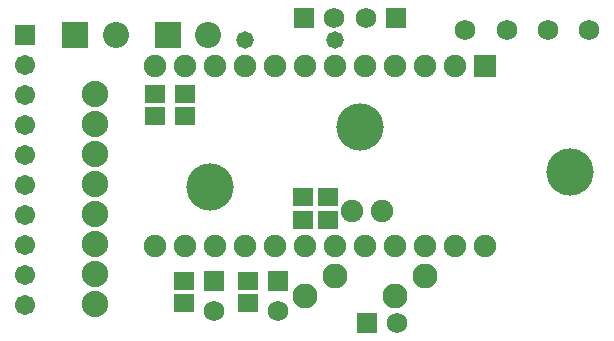
<source format=gbr>
G04 DipTrace 3.0.0.2*
G04 BottomMask.gbr*
%MOIN*%
G04 #@! TF.FileFunction,Soldermask,Bot*
G04 #@! TF.Part,Single*
%ADD36C,0.15748*%
%ADD46C,0.074929*%
%ADD48C,0.074929*%
%ADD50R,0.074929X0.074929*%
%ADD52C,0.08674*%
%ADD54R,0.08674X0.08674*%
%ADD56R,0.067055X0.067055*%
%ADD58C,0.067055*%
%ADD60C,0.058*%
%ADD62C,0.058*%
%ADD64C,0.083*%
%ADD66C,0.083*%
%ADD68R,0.067055X0.059181*%
%ADD70C,0.068*%
%ADD72R,0.068X0.068*%
%ADD74C,0.088*%
%FSLAX26Y26*%
G04*
G70*
G90*
G75*
G01*
G04 BotMask*
%LPD*%
D36*
X1581500Y1106500D3*
X2281500Y956500D3*
X1081500Y906500D3*
D74*
X698379Y517226D3*
Y617226D3*
Y717226D3*
Y817226D3*
Y917226D3*
Y1017226D3*
Y1117226D3*
Y1217226D3*
D72*
X1700251Y1468999D3*
D70*
X1600251D3*
D72*
X1394000Y1469001D3*
D70*
X1494000D3*
D72*
X1306500Y594000D3*
D70*
Y494000D3*
D72*
X1094000Y594000D3*
D70*
Y494000D3*
D72*
X1604627Y454701D3*
D70*
X1704627D3*
D68*
X1206500Y594000D3*
Y519197D3*
X1392030Y798549D3*
Y873352D3*
D66*
X1398375Y542201D3*
D64*
X1698375D3*
D62*
X1198378Y1398453D3*
D60*
X1498378D3*
D68*
X1473377Y798454D3*
Y873257D3*
D66*
X1498375Y610950D3*
D64*
X1798375D3*
D58*
X462749Y512751D3*
Y612751D3*
Y712751D3*
Y812751D3*
Y912751D3*
Y1012751D3*
Y1112751D3*
Y1212751D3*
Y1312751D3*
D56*
Y1412751D3*
D68*
X898377Y1217201D3*
Y1142398D3*
X998375Y1217201D3*
Y1142398D3*
X994000Y594000D3*
Y519197D3*
D54*
X941156Y1412751D3*
D52*
X1075251D3*
D54*
X631499D3*
D52*
X765593D3*
D70*
X2344000Y1431500D3*
X2206500D3*
X2069000D3*
X1931500D3*
D50*
X1998181Y1310953D3*
D48*
X1898181D3*
X1798181D3*
X1698181D3*
X1598181D3*
X1498181D3*
X1398181D3*
X1298181D3*
X1198181D3*
X1098181D3*
X998181D3*
X898181D3*
D46*
X1998181Y710953D3*
D48*
X1898181D3*
X1798181D3*
X1698181D3*
X1598181D3*
X1498181D3*
X1398181D3*
X1298181D3*
X1198181D3*
X1098181D3*
X998181D3*
X898181D3*
X1653181Y825953D3*
X1553181D3*
M02*

</source>
